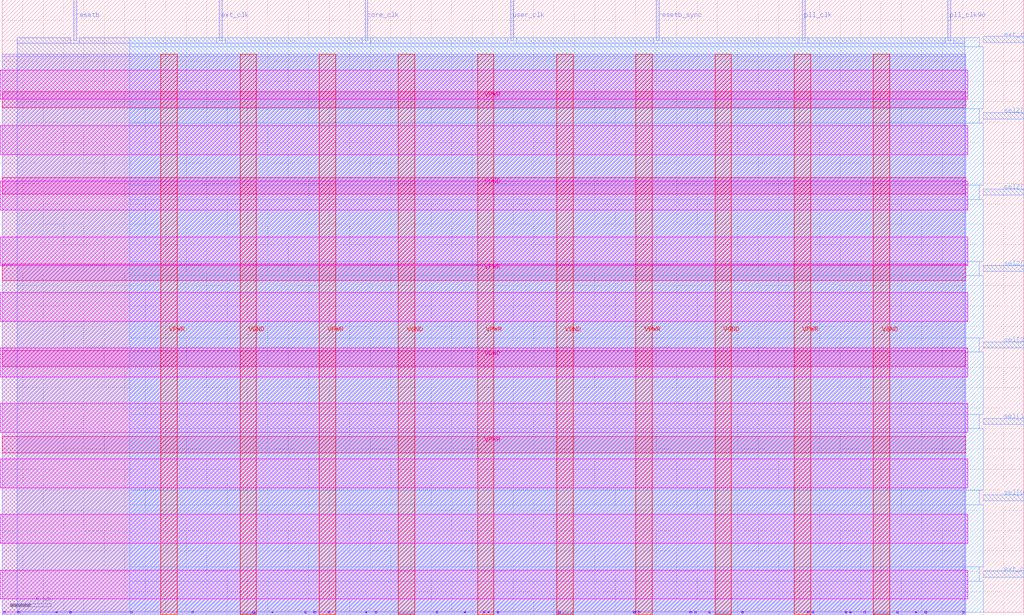
<source format=lef>
VERSION 5.7 ;
  NOWIREEXTENSIONATPIN ON ;
  DIVIDERCHAR "/" ;
  BUSBITCHARS "[]" ;
MACRO caravel_clocking
  CLASS BLOCK ;
  FOREIGN caravel_clocking ;
  ORIGIN 0.000 0.000 ;
  SIZE 100.000 BY 60.000 ;
  PIN VGND
    DIRECTION INPUT ;
    USE GROUND ;
    PORT
      LAYER met5 ;
        RECT 0.000 24.060 94.300 25.660 ;
    END
    PORT
      LAYER met5 ;
        RECT 0.000 40.960 94.300 42.560 ;
    END
    PORT
      LAYER met4 ;
        RECT 23.270 -0.240 24.870 54.640 ;
    END
    PORT
      LAYER met4 ;
        RECT 38.770 -0.240 40.370 54.640 ;
    END
    PORT
      LAYER met4 ;
        RECT 54.270 -0.240 55.870 54.640 ;
    END
    PORT
      LAYER met4 ;
        RECT 69.770 -0.240 71.370 54.640 ;
    END
    PORT
      LAYER met4 ;
        RECT 85.270 -0.240 86.870 54.640 ;
    END
  END VGND
  PIN VPWR
    DIRECTION INPUT ;
    USE POWER ;
    PORT
      LAYER met5 ;
        RECT 0.000 15.610 94.300 17.210 ;
    END
    PORT
      LAYER met5 ;
        RECT 0.000 32.510 94.300 34.110 ;
    END
    PORT
      LAYER met5 ;
        RECT 0.000 49.410 94.300 51.010 ;
    END
    PORT
      LAYER met4 ;
        RECT 15.520 -0.240 17.120 54.640 ;
    END
    PORT
      LAYER met4 ;
        RECT 31.020 -0.240 32.620 54.640 ;
    END
    PORT
      LAYER met4 ;
        RECT 46.520 -0.240 48.120 54.640 ;
    END
    PORT
      LAYER met4 ;
        RECT 62.020 -0.240 63.620 54.640 ;
    END
    PORT
      LAYER met4 ;
        RECT 77.520 -0.240 79.120 54.640 ;
    END
  END VPWR
  PIN core_clk
    DIRECTION OUTPUT TRISTATE ;
    USE SIGNAL ;
    PORT
      LAYER met2 ;
        RECT 35.510 56.000 35.790 60.000 ;
    END
  END core_clk
  PIN ext_clk
    DIRECTION INPUT ;
    USE SIGNAL ;
    PORT
      LAYER met2 ;
        RECT 21.250 56.000 21.530 60.000 ;
    END
  END ext_clk
  PIN ext_clk_sel
    DIRECTION INPUT ;
    USE SIGNAL ;
    PORT
      LAYER met3 ;
        RECT 96.000 3.440 100.000 4.040 ;
    END
  END ext_clk_sel
  PIN ext_reset
    DIRECTION INPUT ;
    USE SIGNAL ;
    PORT
      LAYER met3 ;
        RECT 96.000 55.800 100.000 56.400 ;
    END
  END ext_reset
  PIN pll_clk
    DIRECTION INPUT ;
    USE SIGNAL ;
    PORT
      LAYER met2 ;
        RECT 78.290 56.000 78.570 60.000 ;
    END
  END pll_clk
  PIN pll_clk90
    DIRECTION INPUT ;
    USE SIGNAL ;
    PORT
      LAYER met2 ;
        RECT 92.550 56.000 92.830 60.000 ;
    END
  END pll_clk90
  PIN resetb
    DIRECTION INPUT ;
    USE SIGNAL ;
    PORT
      LAYER met2 ;
        RECT 6.990 56.000 7.270 60.000 ;
    END
  END resetb
  PIN resetb_sync
    DIRECTION OUTPUT TRISTATE ;
    USE SIGNAL ;
    PORT
      LAYER met2 ;
        RECT 64.030 56.000 64.310 60.000 ;
    END
  END resetb_sync
  PIN sel2[0]
    DIRECTION INPUT ;
    USE SIGNAL ;
    PORT
      LAYER met3 ;
        RECT 96.000 33.360 100.000 33.960 ;
    END
  END sel2[0]
  PIN sel2[1]
    DIRECTION INPUT ;
    USE SIGNAL ;
    PORT
      LAYER met3 ;
        RECT 96.000 40.840 100.000 41.440 ;
    END
  END sel2[1]
  PIN sel2[2]
    DIRECTION INPUT ;
    USE SIGNAL ;
    PORT
      LAYER met3 ;
        RECT 96.000 48.320 100.000 48.920 ;
    END
  END sel2[2]
  PIN sel[0]
    DIRECTION INPUT ;
    USE SIGNAL ;
    PORT
      LAYER met3 ;
        RECT 96.000 10.920 100.000 11.520 ;
    END
  END sel[0]
  PIN sel[1]
    DIRECTION INPUT ;
    USE SIGNAL ;
    PORT
      LAYER met3 ;
        RECT 96.000 18.400 100.000 19.000 ;
    END
  END sel[1]
  PIN sel[2]
    DIRECTION INPUT ;
    USE SIGNAL ;
    PORT
      LAYER met3 ;
        RECT 96.000 25.880 100.000 26.480 ;
    END
  END sel[2]
  PIN user_clk
    DIRECTION OUTPUT TRISTATE ;
    USE SIGNAL ;
    PORT
      LAYER met2 ;
        RECT 49.770 56.000 50.050 60.000 ;
    END
  END user_clk
  OBS
      LAYER nwell ;
        RECT -0.190 50.265 94.490 53.095 ;
        RECT -0.190 44.825 94.490 47.655 ;
        RECT -0.190 39.385 94.490 42.215 ;
        RECT -0.190 33.945 94.490 36.775 ;
        RECT -0.190 28.505 94.490 31.335 ;
        RECT -0.190 23.065 94.490 25.895 ;
        RECT -0.190 17.625 94.490 20.455 ;
        RECT -0.190 12.185 94.490 15.015 ;
        RECT -0.190 6.745 94.490 9.575 ;
        RECT -0.190 1.305 94.490 4.135 ;
      LAYER pwell ;
        RECT 0.145 -0.085 0.315 0.085 ;
        RECT 1.525 -0.085 1.695 0.085 ;
        RECT 5.215 -0.050 5.375 0.060 ;
        RECT 6.585 -0.085 6.755 0.085 ;
        RECT 12.565 -0.085 12.735 0.085 ;
        RECT 18.545 -0.085 18.715 0.085 ;
        RECT 24.525 -0.085 24.695 0.085 ;
        RECT 26.360 -0.055 26.480 0.055 ;
        RECT 29.585 -0.085 29.755 0.085 ;
        RECT 30.500 -0.085 30.670 0.085 ;
        RECT 31.885 -0.085 32.055 0.085 ;
        RECT 35.560 -0.055 35.680 0.055 ;
        RECT 36.485 -0.085 36.655 0.085 ;
        RECT 42.465 -0.085 42.635 0.085 ;
        RECT 45.220 -0.055 45.340 0.055 ;
        RECT 47.060 -0.085 47.230 0.085 ;
        RECT 47.520 -0.055 47.640 0.055 ;
        RECT 48.445 -0.085 48.615 0.085 ;
        RECT 54.425 -0.085 54.595 0.085 ;
        RECT 61.780 -0.085 61.950 0.085 ;
        RECT 62.245 -0.085 62.415 0.085 ;
        RECT 67.300 -0.085 67.470 0.085 ;
        RECT 67.770 -0.085 67.940 0.085 ;
        RECT 69.145 -0.085 69.315 0.085 ;
        RECT 72.365 -0.085 72.535 0.085 ;
        RECT 78.805 -0.085 78.975 0.085 ;
        RECT 79.260 -0.085 79.430 0.085 ;
        RECT 82.485 -0.085 82.655 0.085 ;
        RECT 82.955 -0.050 83.115 0.060 ;
        RECT 84.325 -0.085 84.495 0.085 ;
        RECT 87.545 -0.085 87.715 0.085 ;
        RECT 89.380 -0.055 89.500 0.055 ;
        RECT 90.305 -0.085 90.475 0.085 ;
        RECT 93.985 -0.085 94.155 0.085 ;
      LAYER li1 ;
        RECT 0.000 0.085 94.300 54.485 ;
      LAYER li1 ;
        RECT 0.000 -0.085 94.300 0.085 ;
      LAYER met1 ;
        RECT 0.000 -0.240 94.300 54.640 ;
      LAYER met2 ;
        RECT 1.480 55.720 6.710 56.285 ;
        RECT 7.550 55.720 20.970 56.285 ;
        RECT 21.810 55.720 35.230 56.285 ;
        RECT 36.070 55.720 49.490 56.285 ;
        RECT 50.330 55.720 63.750 56.285 ;
        RECT 64.590 55.720 78.010 56.285 ;
        RECT 78.850 55.720 92.270 56.285 ;
        RECT 93.110 55.720 94.210 56.285 ;
        RECT 1.480 0.000 94.210 55.720 ;
        RECT 23.300 -0.240 24.840 0.000 ;
        RECT 38.800 -0.240 40.340 0.000 ;
        RECT 54.300 -0.240 55.840 0.000 ;
        RECT 69.800 -0.240 71.340 0.000 ;
        RECT 85.300 -0.240 86.840 0.000 ;
      LAYER met3 ;
        RECT 12.485 55.400 95.600 56.265 ;
        RECT 12.485 49.320 96.000 55.400 ;
        RECT 12.485 47.920 95.600 49.320 ;
        RECT 12.485 41.840 96.000 47.920 ;
        RECT 12.485 40.440 95.600 41.840 ;
        RECT 12.485 34.360 96.000 40.440 ;
        RECT 12.485 32.960 95.600 34.360 ;
        RECT 12.485 26.880 96.000 32.960 ;
        RECT 12.485 25.480 95.600 26.880 ;
        RECT 12.485 19.400 96.000 25.480 ;
        RECT 12.485 18.000 95.600 19.400 ;
        RECT 12.485 11.920 96.000 18.000 ;
        RECT 12.485 10.520 95.600 11.920 ;
        RECT 12.485 4.440 96.000 10.520 ;
        RECT 12.485 3.040 95.600 4.440 ;
        RECT 12.485 0.000 96.000 3.040 ;
        RECT 23.270 -0.165 24.870 0.000 ;
        RECT 38.770 -0.165 40.370 0.000 ;
        RECT 54.270 -0.165 55.870 0.000 ;
        RECT 69.770 -0.165 71.370 0.000 ;
        RECT 85.270 -0.165 86.870 0.000 ;
  END
END caravel_clocking
END LIBRARY


</source>
